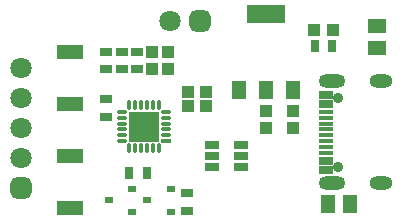
<source format=gbr>
%TF.GenerationSoftware,Altium Limited,Altium Designer,24.5.1 (21)*%
G04 Layer_Color=8388736*
%FSLAX45Y45*%
%MOMM*%
%TF.SameCoordinates,A89F510B-B2DD-4167-9D38-4ED2E7CAC25F*%
%TF.FilePolarity,Negative*%
%TF.FileFunction,Soldermask,Top*%
%TF.Part,Single*%
G01*
G75*
%TA.AperFunction,SMDPad,CuDef*%
%ADD12R,3.30000X1.60000*%
%ADD13R,1.20000X1.60000*%
%ADD19R,0.80000X0.60000*%
%TA.AperFunction,ConnectorPad*%
%ADD44R,1.25000X0.70000*%
%ADD45R,1.25000X0.40000*%
%TA.AperFunction,SMDPad,CuDef*%
%ADD46R,2.20320X1.25320*%
%ADD47R,1.10000X0.80000*%
%ADD48R,0.80000X1.10000*%
%ADD49R,1.55000X1.20000*%
%ADD50R,1.20000X1.55000*%
G04:AMPARAMS|DCode=51|XSize=0.33928mm|YSize=0.90964mm|CornerRadius=0.16964mm|HoleSize=0mm|Usage=FLASHONLY|Rotation=180.000|XOffset=0mm|YOffset=0mm|HoleType=Round|Shape=RoundedRectangle|*
%AMROUNDEDRECTD51*
21,1,0.33928,0.57035,0,0,180.0*
21,1,0.00000,0.90964,0,0,180.0*
1,1,0.33928,0.00000,0.28518*
1,1,0.33928,0.00000,0.28518*
1,1,0.33928,0.00000,-0.28518*
1,1,0.33928,0.00000,-0.28518*
%
%ADD51ROUNDEDRECTD51*%
G04:AMPARAMS|DCode=52|XSize=0.90964mm|YSize=0.33928mm|CornerRadius=0.16964mm|HoleSize=0mm|Usage=FLASHONLY|Rotation=180.000|XOffset=0mm|YOffset=0mm|HoleType=Round|Shape=RoundedRectangle|*
%AMROUNDEDRECTD52*
21,1,0.90964,0.00000,0,0,180.0*
21,1,0.57035,0.33928,0,0,180.0*
1,1,0.33928,-0.28518,0.00000*
1,1,0.33928,0.28518,0.00000*
1,1,0.33928,0.28518,0.00000*
1,1,0.33928,-0.28518,0.00000*
%
%ADD52ROUNDEDRECTD52*%
%ADD53R,0.90964X0.33928*%
%ADD54R,2.65000X2.65000*%
%ADD55R,1.30000X0.80000*%
%ADD56R,1.00320X1.00320*%
%ADD57R,1.00320X1.00320*%
%TA.AperFunction,ComponentPad*%
%ADD58C,1.80320*%
G04:AMPARAMS|DCode=59|XSize=1.8032mm|YSize=1.8032mm|CornerRadius=0.5016mm|HoleSize=0mm|Usage=FLASHONLY|Rotation=90.000|XOffset=0mm|YOffset=0mm|HoleType=Round|Shape=RoundedRectangle|*
%AMROUNDEDRECTD59*
21,1,1.80320,0.80000,0,0,90.0*
21,1,0.80000,1.80320,0,0,90.0*
1,1,1.00320,0.40000,0.40000*
1,1,1.00320,0.40000,-0.40000*
1,1,1.00320,-0.40000,-0.40000*
1,1,1.00320,-0.40000,0.40000*
%
%ADD59ROUNDEDRECTD59*%
G04:AMPARAMS|DCode=60|XSize=1.8032mm|YSize=1.8032mm|CornerRadius=0.5016mm|HoleSize=0mm|Usage=FLASHONLY|Rotation=180.000|XOffset=0mm|YOffset=0mm|HoleType=Round|Shape=RoundedRectangle|*
%AMROUNDEDRECTD60*
21,1,1.80320,0.80000,0,0,180.0*
21,1,0.80000,1.80320,0,0,180.0*
1,1,1.00320,-0.40000,0.40000*
1,1,1.00320,0.40000,0.40000*
1,1,1.00320,0.40000,-0.40000*
1,1,1.00320,-0.40000,-0.40000*
%
%ADD60ROUNDEDRECTD60*%
%ADD61O,2.25000X1.15000*%
%ADD62O,1.95000X1.15000*%
%ADD63C,0.90320*%
D12*
X16030000Y7150000D02*
D03*
D13*
X16260001Y6510000D02*
D03*
X16030000D02*
D03*
X15800000D02*
D03*
D19*
X15025000Y5575000D02*
D03*
X15227000Y5670000D02*
D03*
Y5480000D02*
D03*
X14699001Y5575000D02*
D03*
X14900999Y5670000D02*
D03*
Y5480000D02*
D03*
D44*
X16537500Y6470000D02*
D03*
Y6390000D02*
D03*
Y5910000D02*
D03*
Y5830000D02*
D03*
D45*
Y6325000D02*
D03*
Y6275000D02*
D03*
Y6225000D02*
D03*
Y6175000D02*
D03*
Y5975000D02*
D03*
Y6025000D02*
D03*
Y6075000D02*
D03*
Y6125000D02*
D03*
D46*
X14370000Y5952500D02*
D03*
Y5507500D02*
D03*
Y6832500D02*
D03*
Y6387500D02*
D03*
D47*
X14680000Y6835000D02*
D03*
Y6685000D02*
D03*
X14810001Y6835000D02*
D03*
Y6685000D02*
D03*
X14680000Y6280000D02*
D03*
Y6430000D02*
D03*
X15360001Y5635000D02*
D03*
Y5485000D02*
D03*
X14939999Y6685000D02*
D03*
Y6835000D02*
D03*
D48*
X14875000Y5810000D02*
D03*
X15025000D02*
D03*
X16445000Y6880000D02*
D03*
X16595000D02*
D03*
D49*
X16970000Y6865000D02*
D03*
Y7055000D02*
D03*
D50*
X16745000Y5540000D02*
D03*
X16555000D02*
D03*
D51*
X15125000Y6014875D02*
D03*
X15075000D02*
D03*
X15025000D02*
D03*
X14975000D02*
D03*
X14925000D02*
D03*
X14875000D02*
D03*
Y6385125D02*
D03*
X14925000D02*
D03*
X14975000D02*
D03*
X15025000D02*
D03*
X15075000D02*
D03*
X15125000D02*
D03*
D52*
X14814874Y6075000D02*
D03*
Y6125000D02*
D03*
Y6175000D02*
D03*
Y6225000D02*
D03*
Y6275000D02*
D03*
Y6325000D02*
D03*
X15185126D02*
D03*
Y6275000D02*
D03*
Y6225000D02*
D03*
Y6175000D02*
D03*
Y6125000D02*
D03*
D53*
Y6075000D02*
D03*
D54*
X15000000Y6200000D02*
D03*
D55*
X15572501Y5950000D02*
D03*
Y6045000D02*
D03*
X15822501D02*
D03*
Y5950000D02*
D03*
Y5855000D02*
D03*
X15572501D02*
D03*
D56*
X16600000Y7020000D02*
D03*
X16439999D02*
D03*
X15525000Y6495000D02*
D03*
X15375000D02*
D03*
X15525000Y6370000D02*
D03*
X15375000D02*
D03*
D57*
X15070000Y6685000D02*
D03*
Y6835000D02*
D03*
X15200000Y6685000D02*
D03*
Y6835000D02*
D03*
X16030000Y6185000D02*
D03*
Y6335000D02*
D03*
X16260001Y6185000D02*
D03*
Y6335000D02*
D03*
D58*
X13960001Y6190000D02*
D03*
Y5936000D02*
D03*
Y6444000D02*
D03*
Y6698000D02*
D03*
X15223000Y7090000D02*
D03*
D59*
X13960001Y5682000D02*
D03*
D60*
X15477000Y7090000D02*
D03*
D61*
X16595000Y6582000D02*
D03*
Y5718000D02*
D03*
D62*
X17010001Y6582000D02*
D03*
Y5718000D02*
D03*
D63*
X16645000Y6439000D02*
D03*
Y5861000D02*
D03*
%TF.MD5,339ade63d8f2fb5a0f3cd3612c65aa07*%
M02*

</source>
